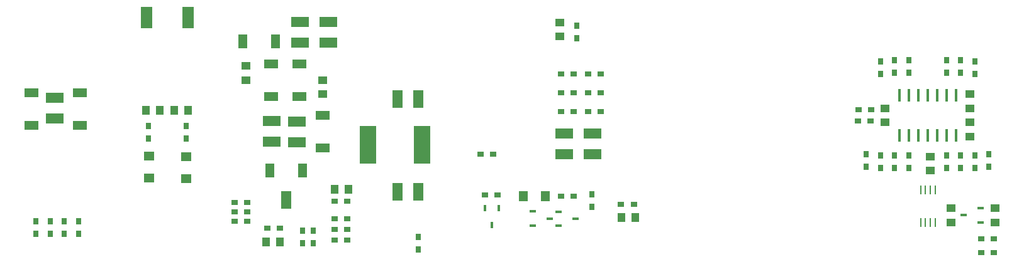
<source format=gbr>
G04 DipTrace 2.4.0.2*
%INTopPaste.gbr*%
%MOIN*%
%ADD63R,0.0077X0.0471*%
%ADD65R,0.0156X0.0707*%
%ADD67R,0.055X0.0038*%
%ADD70R,0.0629X0.118*%
%ADD74R,0.0333X0.0176*%
%ADD76R,0.0176X0.0333*%
%ADD78R,0.0873X0.2022*%
%ADD91R,0.0471X0.055*%
%ADD93R,0.055X0.0471*%
%ADD95R,0.0747X0.0471*%
%ADD97R,0.0471X0.0747*%
%ADD99R,0.0983X0.055*%
%ADD101R,0.0511X0.0432*%
%ADD103R,0.0314X0.0353*%
%ADD105R,0.055X0.0983*%
%ADD107R,0.0432X0.0511*%
%ADD109R,0.0353X0.0314*%
%FSLAX44Y44*%
G04*
G70*
G90*
G75*
G01*
%LNTopPaste*%
%LPD*%
D109*
X17812Y6063D3*
X18482D3*
X18500Y4937D3*
X17831D3*
D107*
X14171Y4812D3*
X14919D3*
D105*
X22250Y7500D3*
X21148D3*
X22250Y12437D3*
X21148D3*
D107*
X17812Y7625D3*
X18561D3*
D103*
X16686Y4749D3*
Y5419D3*
D101*
X13125Y13438D3*
Y14186D3*
D99*
X14500Y11250D3*
Y10148D3*
X15821Y11239D3*
Y10136D3*
D107*
X7813Y11814D3*
X8561D3*
D99*
X16000Y15438D3*
Y16540D3*
X17500Y15438D3*
Y16540D3*
D107*
X10064Y11814D3*
X9316D3*
D101*
X17187Y13437D3*
Y12689D3*
D103*
X46750Y8750D3*
Y9419D3*
D101*
X52812Y5875D3*
Y6623D3*
D103*
X47500Y14500D3*
Y13831D3*
X51750Y8750D3*
Y9419D3*
X51000Y14500D3*
Y13831D3*
D101*
X49375Y8625D3*
Y9373D3*
X50500Y5875D3*
Y6623D3*
X51500Y12687D3*
Y11939D3*
Y11187D3*
Y10439D3*
X47000Y11187D3*
Y11936D3*
X29750Y15750D3*
Y16498D3*
D99*
X31500Y9500D3*
Y10602D3*
X30000Y9500D3*
Y10602D3*
X3000Y12500D3*
Y11398D3*
D107*
X33002Y6125D3*
X33750D3*
D97*
X14375Y8625D3*
X16107D3*
D95*
X14437Y12562D3*
Y14295D3*
D97*
X12946Y15509D3*
X14679D3*
D93*
X7972Y9403D3*
Y8222D3*
X9937Y8187D3*
Y9368D3*
D95*
X17187Y9812D3*
Y11545D3*
X15937Y12563D3*
Y14295D3*
D91*
X29000Y7250D3*
X27819D3*
D95*
X1750Y12750D3*
Y11018D3*
X4312Y12750D3*
Y11018D3*
D103*
X22250Y4437D3*
Y5107D3*
D109*
X52750Y4250D3*
X52081D3*
X25562Y9500D3*
X26232D3*
D78*
X22437Y10000D3*
X19587D3*
D76*
X26517Y6642D3*
X25769D3*
X26143Y5736D3*
D74*
X29691Y6438D3*
Y5690D3*
X30596Y6064D3*
X28304Y6451D3*
Y5703D3*
X29209Y6077D3*
D109*
X26440Y7313D3*
X25771D3*
X14250Y5562D3*
X14919D3*
X18500Y5500D3*
X17831D3*
X13187Y5937D3*
X12518D3*
X17812Y7000D3*
X18482D3*
X13187Y6437D3*
X12518D3*
X13187Y6937D3*
X12518D3*
D103*
X16125Y4750D3*
Y5419D3*
X7938Y11001D3*
Y10332D3*
X9939Y11001D3*
Y10332D3*
D70*
X10040Y16773D3*
X7835D3*
D109*
X52081Y5000D3*
X52750D3*
D103*
X47500Y8750D3*
Y9419D3*
X46000Y9500D3*
Y8831D3*
X46750Y13750D3*
Y14419D3*
X48250Y8750D3*
Y9419D3*
Y14500D3*
Y13831D3*
X51000Y8750D3*
Y9419D3*
X52500Y9498D3*
Y8829D3*
X51750Y13750D3*
Y14419D3*
X50250Y8750D3*
Y9419D3*
Y14500D3*
Y13831D3*
D109*
X46250Y11875D3*
X45581D3*
X45562Y11250D3*
X46232D3*
D103*
X30665Y16335D3*
Y15665D3*
D109*
X30500Y11750D3*
X29831D3*
X30500Y12750D3*
X29831D3*
X30500Y13750D3*
X29831D3*
X31250Y11750D3*
X31919D3*
X31250Y12750D3*
X31919D3*
X31250Y13750D3*
X31919D3*
X30500Y7250D3*
X29831D3*
D103*
X31441Y7357D3*
Y6688D3*
X2000Y5250D3*
Y5919D3*
X4250Y5250D3*
Y5919D3*
D109*
X33000Y6812D3*
X33669D3*
D103*
X2750Y5250D3*
Y5919D3*
X3500Y5250D3*
Y5919D3*
D67*
X16124Y6374D3*
Y6571D3*
Y6768D3*
Y6965D3*
Y7162D3*
Y7359D3*
Y7556D3*
Y7752D3*
X14391D3*
Y7556D3*
Y7359D3*
Y7162D3*
Y6965D3*
Y6768D3*
Y6571D3*
Y6374D3*
D105*
X15258Y7063D3*
D74*
X52062Y5875D3*
Y6623D3*
X51157Y6249D3*
D65*
X47750Y10500D3*
X48250D3*
X48750D3*
X49250D3*
X49750D3*
X50250D3*
X50750D3*
Y12626D3*
X50250D3*
X49750D3*
X49250D3*
X48750D3*
X48250D3*
X47750D3*
D63*
X48875Y5875D3*
X49131D3*
X49387D3*
X49643D3*
Y7607D3*
X49387D3*
X49131D3*
X48875D3*
M02*

</source>
